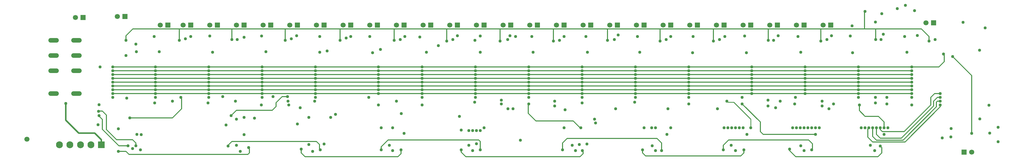
<source format=gbr>
G04 DipTrace 2.4.0.1*
%INBottom.gbr*%
%MOIN*%
%ADD13C,0.02*%
%ADD15C,0.013*%
%ADD16C,0.01*%
%ADD22R,0.0669X0.0669*%
%ADD24C,0.0669*%
%ADD25R,0.0906X0.0906*%
%ADD27C,0.0906*%
%ADD28O,0.1387X0.06*%
%ADD35C,0.04*%
%FSLAX44Y44*%
G04*
G70*
G90*
G75*
G01*
%LNBottom*%
%LPD*%
X15214Y6215D2*
D13*
Y6866D1*
X14340Y7740D1*
X12240D1*
X10540Y9440D1*
Y11640D1*
X62440Y5540D2*
D15*
Y5240D1*
X63040Y4640D1*
X78040D1*
X78440Y5040D1*
Y5340D1*
X78340Y5440D1*
X18440Y19940D2*
Y20540D1*
X19340Y21440D1*
X25440D1*
X32340D1*
X39340D1*
X46540D1*
X53685D1*
X60540D1*
X67540D1*
X74599D1*
X81527D1*
X88540D1*
X95540D1*
X102740D1*
X109640D1*
X115367D1*
X116840D1*
X122840D1*
X123840Y20440D1*
Y19840D1*
X116840Y20040D2*
Y21440D1*
X109640Y19840D2*
Y21440D1*
X102740Y19940D2*
Y21440D1*
X95540Y19840D2*
Y21440D1*
X88540Y19840D2*
Y21440D1*
X81640Y19940D2*
Y21327D1*
X81527Y21440D1*
X74540Y19840D2*
Y21381D1*
X74599Y21440D1*
X67540Y19840D2*
Y21440D1*
X60540Y19840D2*
Y21440D1*
X53640Y19940D2*
Y21395D1*
X53685Y21440D1*
X46540Y19940D2*
Y21440D1*
X39340Y19940D2*
Y21440D1*
X32340Y20040D2*
Y21440D1*
X25440Y19940D2*
Y21440D1*
X115367D2*
Y23667D1*
X115440Y23740D1*
X129440Y7696D2*
Y15315D1*
X126940Y17815D1*
X22315Y15440D2*
X16690D1*
X22315D2*
X29315D1*
X36315D1*
X43315D2*
X36315D1*
X43315D2*
X51565D1*
X57315D1*
X64315D1*
X71315D1*
X78315D1*
X85315D1*
X92315D1*
X100565D1*
X107565D1*
X114565D1*
X121565D1*
X18940Y9740D2*
X24540D1*
X25740Y10940D1*
Y12340D1*
X25640Y12440D1*
X16690Y12940D2*
X22315D1*
X29315D2*
X22315D1*
X43315D2*
X36315D1*
X29315D1*
X57315D2*
X51565D1*
X43315D1*
X71315D2*
X64315D1*
X57315D1*
X85315D2*
X78315D1*
X71315D1*
X100565D2*
X92315D1*
X85315D1*
X114565D2*
X107565D1*
X100565D1*
X121565D2*
X114565D1*
X22315Y13440D2*
X16690D1*
X22315D2*
X29315D1*
X36315D1*
X43315D1*
X51565D1*
X57315D1*
X64315D1*
X71315D1*
X78315D1*
X85315D1*
X92315D1*
X100565D1*
X107565D1*
X114565D1*
X121565D1*
X16690Y13940D2*
X22315D1*
X29315D2*
X22315D1*
X43315D2*
X36315D1*
X29315D1*
X57315D2*
X51565D1*
X43315D1*
X71315D2*
X64315D1*
X57315D1*
X85315D2*
X78315D1*
X71315D1*
X100565D2*
X92315D1*
X85315D1*
X114565D2*
X107565D1*
X100565D1*
X121565D2*
X114565D1*
X22315Y14440D2*
X16690D1*
X22315D2*
X29315D1*
X36315D1*
X43315D1*
X51565D1*
X57315D1*
X64315D1*
X71315D1*
X78315D1*
X85315D1*
X92315D1*
X100565D1*
X107565D1*
X114565D1*
X121565D1*
X16690Y14940D2*
X22315D1*
X29315D2*
X22315D1*
X43315D2*
X36315D1*
X29315D1*
X57315D2*
X51565D1*
X43315D1*
X71315D2*
X64315D1*
X57315D1*
X85315D2*
X78315D1*
X71315D1*
X100565D2*
X92315D1*
X85315D1*
X114565D2*
X107565D1*
X100565D1*
X121565D2*
X114565D1*
X31840Y6040D2*
Y6140D1*
X32340Y6640D1*
X43440D1*
X43840Y6240D1*
Y5640D1*
X43940Y5540D1*
X78140Y8440D2*
Y8340D1*
X77140Y9340D1*
X72240D1*
X71240Y10340D1*
Y11490D1*
X71315Y11565D1*
X32240Y10040D2*
X32940Y10740D1*
X37640D1*
X38140Y11240D1*
Y11740D1*
X38940Y12540D1*
X39640D1*
X19752Y6065D2*
Y6440D1*
X19315Y6877D1*
X17190D1*
X15877Y8190D1*
Y10103D1*
X15340Y10640D1*
X14827D1*
Y10590D1*
X14890Y10028D2*
X14852D1*
X15340Y9540D1*
Y8228D1*
X17503Y6065D1*
X18690D1*
X17440Y5340D2*
X18440D1*
X18840Y4940D1*
X34440D1*
X34640Y5140D1*
Y5740D1*
X34540Y5840D1*
X41440Y5640D2*
Y5140D1*
X41940Y4640D1*
X54140D1*
X54540Y5040D1*
Y5540D1*
X51940D2*
Y5940D1*
X52840Y6840D1*
X64740D1*
X64940Y6640D1*
Y5540D1*
X100440Y8440D2*
D16*
Y9565D1*
X98190Y11815D1*
X97440D1*
X97315Y11940D1*
X108940Y7565D2*
D15*
X102065D1*
X101690Y7940D1*
Y9190D1*
X99315Y11565D1*
X117940Y8440D2*
Y9190D1*
X117190Y9940D1*
X115440D1*
X114690Y10690D1*
Y11440D1*
X117440Y8440D2*
Y8190D1*
X117690Y7940D1*
X120565D1*
X124065Y11440D1*
Y12440D1*
X124565Y12940D1*
X125315D1*
Y12440D2*
X124940D1*
X124440Y11940D1*
Y11315D1*
X120190Y7065D1*
X117440D1*
X116940Y7565D1*
Y8440D1*
X116440D2*
Y7315D1*
X116940Y6815D1*
X120440D1*
X124815Y11190D1*
Y11815D1*
X124940Y11940D1*
X125315D1*
Y11440D2*
Y11190D1*
X120690Y6565D1*
X116440D1*
X115815Y7190D1*
Y8315D1*
X115940Y8440D1*
X75740Y5540D2*
Y6440D1*
X76340Y7040D1*
X88140D1*
X88740Y6440D1*
Y5440D1*
X86240Y5540D2*
Y5140D1*
X86640Y4740D1*
X99140D1*
X99540Y5140D1*
Y5540D1*
X96840D2*
Y6140D1*
X97540Y6840D1*
X108040D1*
X108540Y6340D1*
Y5640D1*
X108440Y5540D1*
X105540Y5640D2*
Y5440D1*
X106340Y4640D1*
X117140D1*
X117640Y5140D1*
Y5840D1*
X117440Y6040D1*
X16690Y16440D2*
X22315D1*
X29315D1*
X36315D1*
X43315D1*
X51565D1*
X57315D1*
X64315D1*
X71315D1*
X78315D1*
X85315D1*
X92315D1*
X100565D1*
X107565D1*
X114565D1*
X121565D1*
X125140D1*
X125840Y17140D1*
Y18040D1*
X125740Y18140D1*
X16690Y15940D2*
X22315D1*
X29315D2*
X22315D1*
X43315D2*
X36315D1*
X29315D1*
X57315D2*
X51565D1*
X43315D1*
X71315D2*
X64315D1*
X57315D1*
X85315D2*
X78315D1*
X71315D1*
X100565D2*
X92315D1*
X85315D1*
X114565D2*
X107565D1*
X100565D1*
X121565D2*
X114565D1*
D35*
X10540Y11640D3*
X18440Y17940D3*
X129440Y7696D3*
X69565Y20440D3*
X70190Y6815D3*
X116690Y5440D3*
X33440Y5340D3*
X42940D3*
X53440Y5440D3*
X63940D3*
X77440D3*
X87940D3*
X98440D3*
X107440D3*
X26940Y20440D3*
X33940Y20340D3*
X40840Y20540D3*
X47940Y20440D3*
X55040D3*
X61940Y20540D3*
X68840D3*
X75940Y20440D3*
X83040Y20640D3*
X89940Y20440D3*
X97040D3*
X104040Y20540D3*
X111040D3*
X117840Y20740D3*
X113740Y21840D3*
X29315Y16440D3*
Y15940D3*
Y15440D3*
Y14940D3*
Y14440D3*
X22315Y16440D3*
Y15940D3*
Y15440D3*
Y14940D3*
Y14440D3*
Y13940D3*
Y13440D3*
Y12940D3*
X85315Y12440D3*
X29315Y13940D3*
Y13440D3*
Y12940D3*
X78315Y12440D3*
X71315D3*
X36315Y12940D3*
Y13440D3*
Y13940D3*
Y14440D3*
Y14940D3*
X16690Y16440D3*
Y15940D3*
Y15440D3*
Y14940D3*
Y14440D3*
Y13940D3*
Y13440D3*
Y12940D3*
X64315Y12440D3*
X36315Y15440D3*
Y15940D3*
Y16440D3*
X43315D3*
X32815Y11940D3*
X43315Y15940D3*
Y15440D3*
Y14940D3*
Y14440D3*
Y13940D3*
Y13440D3*
Y12940D3*
X57315Y12440D3*
X51565Y16440D3*
Y15940D3*
Y15440D3*
Y14940D3*
Y14440D3*
Y13940D3*
Y13440D3*
Y12940D3*
X50315Y12440D3*
X57315Y16440D3*
Y15940D3*
Y15440D3*
Y14940D3*
Y14440D3*
X43315Y12440D3*
X57315Y12940D3*
Y13440D3*
Y13940D3*
X36315Y12440D3*
X64315Y12940D3*
Y13440D3*
Y13940D3*
Y14440D3*
Y14940D3*
Y15440D3*
Y15940D3*
Y16440D3*
X29315Y12440D3*
X71315Y12940D3*
Y13440D3*
Y13940D3*
Y14440D3*
Y14940D3*
Y16440D3*
Y15940D3*
Y15440D3*
X22315Y12440D3*
X78315Y12940D3*
Y13940D3*
Y13440D3*
Y14440D3*
Y14940D3*
Y15440D3*
Y15940D3*
Y16440D3*
X16690Y12440D3*
X85315Y12940D3*
Y13440D3*
Y13940D3*
Y14440D3*
Y16440D3*
Y15940D3*
Y15440D3*
Y14940D3*
X92315Y12440D3*
Y12940D3*
Y13440D3*
Y13940D3*
Y14440D3*
Y14940D3*
Y16440D3*
Y15940D3*
Y15440D3*
X121565Y12440D3*
X100565Y12940D3*
Y13440D3*
Y13940D3*
Y15940D3*
Y15440D3*
Y14940D3*
Y14440D3*
Y16440D3*
X114565Y12440D3*
X107565Y12940D3*
Y13440D3*
Y13940D3*
Y14940D3*
Y14440D3*
Y16440D3*
Y15940D3*
Y15440D3*
X114565Y16440D3*
Y15940D3*
Y15440D3*
Y14940D3*
Y14440D3*
Y13940D3*
Y13440D3*
Y12940D3*
X106315Y12440D3*
X99315D3*
X121565Y12940D3*
Y13440D3*
Y13940D3*
Y14440D3*
Y14940D3*
Y15440D3*
Y15940D3*
Y16440D3*
X33940Y9815D3*
X54565Y10315D3*
X53940Y11940D3*
X45940Y10190D3*
X45315Y9815D3*
X42440D3*
X39690Y11940D3*
X39815Y11440D3*
X36190D3*
X41315Y11065D3*
X44440Y6315D3*
X29190Y11690D3*
X32940Y9565D3*
X22190Y11690D3*
X35315Y9690D3*
X43190Y11940D3*
X54940Y7690D3*
X53440Y8440D3*
X51565Y11440D3*
X57315D3*
X65440Y8440D3*
X64190Y11815D3*
X62190Y9940D3*
X63440Y8065D3*
X63940D3*
X64440D3*
X64940D3*
X67690Y12065D3*
Y11565D3*
X69240Y10940D3*
X68565D3*
X71315Y11565D3*
X74690Y11940D3*
Y11315D3*
X78940Y6315D3*
X76065Y10815D3*
X82690Y10940D3*
X80065Y9065D3*
X79940Y9565D3*
X78140Y8440D3*
X85190Y11815D3*
X89565Y10940D3*
X87940Y8440D3*
X87440D3*
X89440Y7565D3*
X89940Y8440D3*
X78315Y11690D3*
X97440Y8440D3*
X97940D3*
X98440D3*
X98940D3*
X99440D3*
X92315Y11565D3*
X100440Y8440D3*
X99940Y7565D3*
X115440Y8440D3*
X115940D3*
X102690Y12065D3*
Y11315D3*
X104315Y11940D3*
X103690Y11065D3*
X97315Y11940D3*
X96065Y10940D3*
X106440Y8440D3*
X106940D3*
X107440D3*
X107940D3*
X108440D3*
X108940D3*
X109440D3*
X108940Y7565D3*
X116440Y8440D3*
X116940D3*
X106190Y11565D3*
X109815Y11940D3*
Y11315D3*
X111315Y11565D3*
X110690Y10940D3*
X99315Y11565D3*
X117440Y8440D3*
X117940D3*
X118440D3*
X117940Y7565D3*
X118315Y12440D3*
X116815D3*
Y11690D3*
X118315Y11565D3*
X114690Y11440D3*
X121565D3*
X125315Y12940D3*
Y12440D3*
Y11940D3*
Y11440D3*
X15040Y16440D3*
X116790Y22340D3*
X119665Y24090D3*
X132915Y6615D3*
X126690Y7240D3*
X125565Y7115D3*
X17440Y8315D3*
X20440Y7540D3*
X31565Y8815D3*
X40940Y8940D3*
X51940Y8440D3*
X62440Y8140D3*
X75940Y8440D3*
X86440D3*
X96940D3*
X105940D3*
X114940D3*
X64440Y6340D3*
X33940Y7540D3*
X18540Y12340D3*
X18690Y6065D3*
X32940Y6140D3*
X42440Y6240D3*
X53003Y6127D3*
X63440Y6140D3*
X77003Y6127D3*
X87502Y6065D3*
X97878Y6127D3*
X107003Y6065D3*
X116128Y6127D3*
X19877Y7565D3*
X14890Y11465D3*
X14765Y8840D3*
X19315Y5690D3*
X14890Y10028D3*
X14827Y10590D3*
X19752Y6065D3*
X22815Y18440D3*
X29815Y18378D3*
X36815Y18440D3*
X43877Y18378D3*
X50815Y18315D3*
X57877Y18378D3*
X64940D3*
X71878D3*
X79003D3*
X85878D3*
X92815Y18315D3*
X99878D3*
X107003Y18378D3*
X113815Y18315D3*
X120940Y18378D3*
X22127Y20440D3*
X29440Y20502D3*
X36253D3*
X43877Y20440D3*
X50440D3*
X57003Y20377D3*
X64940Y20502D3*
X71690Y20440D3*
X78815D3*
X85565D3*
X92877D3*
X99627Y20502D3*
X106627Y20440D3*
X113503Y20502D3*
X120627Y20440D3*
X31840Y6040D3*
X34540Y5840D3*
X20340Y5540D3*
X41440Y5640D3*
X43940Y5540D3*
X51940D3*
X54540D3*
X62440D3*
X64940D3*
X75740D3*
X78340Y5440D3*
X86240Y5540D3*
X88740Y5440D3*
X96840Y5540D3*
X99540D3*
X105540Y5640D3*
X108440Y5540D3*
X130465Y18640D3*
X117440Y6040D3*
X17440Y5340D3*
X39640Y12540D3*
X32240Y10040D3*
X25640Y12440D3*
X18940Y9740D3*
X19740Y19440D3*
X26240Y20140D3*
X18440Y19940D3*
X25440D3*
X32340Y20040D3*
X33040D3*
X39340Y19940D3*
X40140Y20140D3*
X46540Y19940D3*
X47340Y20240D3*
X53640Y19940D3*
X54440Y20040D3*
X60540Y19840D3*
X61340Y20040D3*
X67540Y19840D3*
X68540Y20040D3*
X74540Y19840D3*
X75340Y19940D3*
X81640D3*
X82540Y20040D3*
X88540Y19840D3*
X89340Y20040D3*
X95540Y19840D3*
X96340Y20040D3*
X102740Y19940D3*
X103440D3*
X109640Y19840D3*
X110440Y20040D3*
X116840D3*
X117540D3*
X123840Y19840D3*
X124640Y20040D3*
X131790Y7740D3*
X132915Y8490D3*
X128315Y22315D3*
X126940Y17815D3*
X131190Y21565D3*
X122315Y20565D3*
X19815Y18440D3*
X24540Y11940D3*
X31140Y12540D3*
X37740D3*
X44840Y18540D3*
X51840Y18740D3*
X59440Y19240D3*
X64240Y19940D3*
X117640Y23440D3*
X120740Y24540D3*
X115440Y23740D3*
X121940Y23840D3*
X131690Y11415D3*
X126740Y8340D3*
X130490Y9615D3*
X125740Y18140D3*
X77940Y6240D3*
D22*
X18315Y23065D3*
D24*
X17315D3*
D22*
X128440Y5240D3*
D24*
X129440D3*
D25*
X15214Y6215D3*
D27*
X13836D3*
X12458D3*
X11080D3*
X9702D3*
D28*
X11940Y12940D3*
Y15940D3*
Y17940D3*
Y19940D3*
X8940D3*
Y17940D3*
Y15940D3*
Y12940D3*
D22*
X124440Y22240D3*
D24*
X123440D3*
D22*
X26940Y21940D3*
D24*
X25940D3*
D22*
X33940D3*
D24*
X32940D3*
D22*
X40940D3*
D24*
X39940D3*
D22*
X47940D3*
D24*
X46940D3*
D22*
X54940D3*
D24*
X53940D3*
D22*
X61940D3*
D24*
X60940D3*
D22*
X68940D3*
D24*
X67940D3*
D22*
X75940D3*
D24*
X74940D3*
D22*
X82940D3*
D24*
X81940D3*
D22*
X89940D3*
D24*
X88940D3*
D22*
X96940D3*
D24*
X95940D3*
D22*
X103940D3*
D24*
X102940D3*
D22*
X110940D3*
D24*
X109940D3*
D22*
X23940D3*
D24*
X22940D3*
D22*
X30440D3*
D24*
X29440D3*
D22*
X37440D3*
D24*
X36440D3*
D22*
X44440D3*
D24*
X43440D3*
D22*
X51440D3*
D24*
X50440D3*
D22*
X58440D3*
D24*
X57440D3*
D22*
X65440D3*
D24*
X64440D3*
D22*
X72440D3*
D24*
X71440D3*
D22*
X79440D3*
D24*
X78440D3*
D22*
X86440D3*
D24*
X85440D3*
D22*
X93440D3*
D24*
X92440D3*
D22*
X100440D3*
D24*
X99440D3*
D22*
X107440D3*
D24*
X106440D3*
D22*
X12815Y22940D3*
D24*
X11815D3*
X5440Y6940D3*
M02*

</source>
